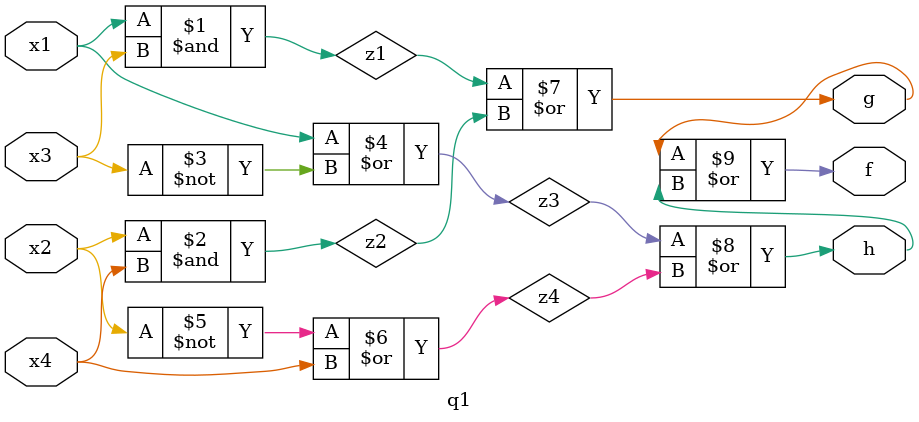
<source format=v>
module q1(x1,x2,x3,x4,f,g,h);
	input x1,x2,x3,x4;
	output f,g,h;
	and(z1,x1,x3);
	and(z2,x2,x4);
	or(z3,x1,~x3);
	or(z4,~x2,x4);
	or(g,z1,z2);
	or(h,z3,z4);
	or(f,g,h);
endmodule

</source>
